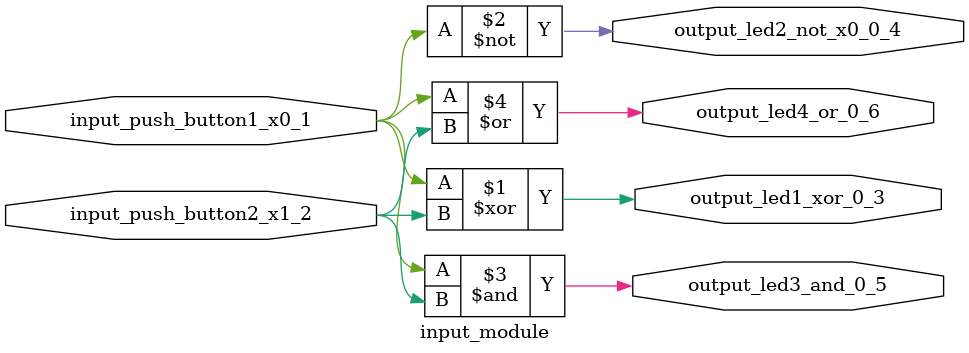
<source format=v>

`timescale 1ns/1ps

module input_module (
    // ========= Input Ports =========
    input wire input_push_button1_x0_1,
    input wire input_push_button2_x1_2,

    // ========= Output Ports =========
    output wire output_led1_xor_0_3,
    output wire output_led2_not_x0_0_4,
    output wire output_led3_and_0_5,
    output wire output_led4_or_0_6
);

    // ========= Logic Assignments =========

    // ========= Output Assignments =========
    // ========= Internal Signals =========

    // ========= Logic Assignments =========
    assign output_led1_xor_0_3 = (input_push_button1_x0_1 ^ input_push_button2_x1_2); // LED
    assign output_led2_not_x0_0_4 = ~input_push_button1_x0_1; // LED
    assign output_led3_and_0_5 = (input_push_button1_x0_1 & input_push_button2_x1_2); // LED
    assign output_led4_or_0_6 = (input_push_button1_x0_1 | input_push_button2_x1_2); // LED


    // ========= ULTRATHINK FINAL SCAN: Diagnostic Information =========
    // ULTRATHINK DEBUG: Found 0 potentially undeclared variables
    // ULTRATHINK DEBUG: Already declared variables count: 2
    // ULTRATHINK DEBUG: Scanned content size: 346 characters
    // ULTRATHINK DEBUG: No additional variables found to declare

endmodule // input_module

// ====================================================================
// Module input_module generation completed successfully
// Elements processed: 10
// Inputs: 2, Outputs: 4
// ====================================================================

</source>
